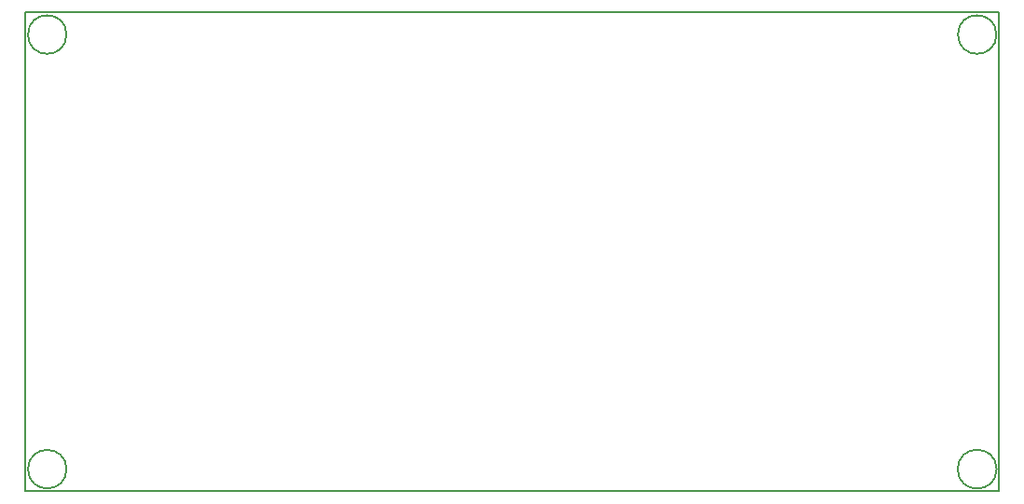
<source format=gm1>
G04 #@! TF.FileFunction,Profile,NP*
%FSLAX46Y46*%
G04 Gerber Fmt 4.6, Leading zero omitted, Abs format (unit mm)*
G04 Created by KiCad (PCBNEW (2015-10-25 BZR 6279, Git c721c21)-product) date Mon 02 Nov 2015 02:23:49 PM PST*
%MOMM*%
G01*
G04 APERTURE LIST*
%ADD10C,0.100000*%
%ADD11C,0.150000*%
G04 APERTURE END LIST*
D10*
D11*
X35500000Y-78500000D02*
X35500000Y-35000000D01*
X124000000Y-78500000D02*
X35500000Y-78500000D01*
X124000000Y-35000000D02*
X124000000Y-78500000D01*
X35500000Y-35000000D02*
X124000000Y-35000000D01*
X123767767Y-76500000D02*
G75*
G03X123767767Y-76500000I-1767767J0D01*
G01*
X123750000Y-37000000D02*
G75*
G03X123750000Y-37000000I-1750000J0D01*
G01*
X39250000Y-76500000D02*
G75*
G03X39250000Y-76500000I-1750000J0D01*
G01*
X39250000Y-37000000D02*
G75*
G03X39250000Y-37000000I-1750000J0D01*
G01*
M02*

</source>
